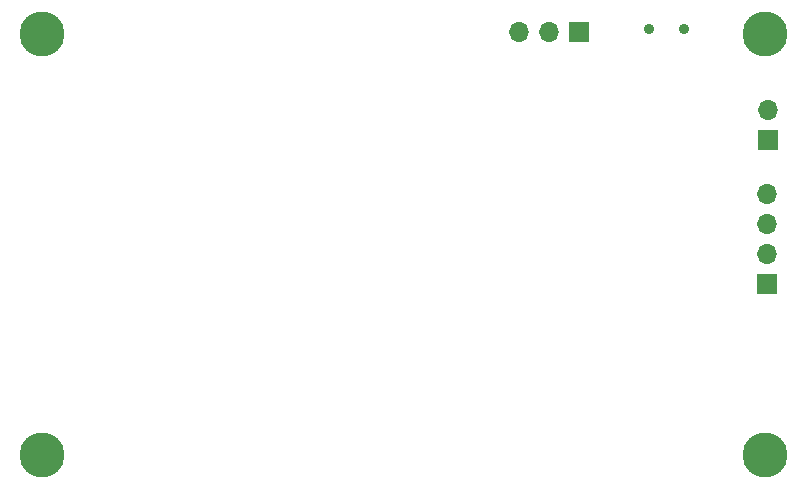
<source format=gbr>
%TF.GenerationSoftware,KiCad,Pcbnew,8.0.9-8.0.9-0~ubuntu24.04.1*%
%TF.CreationDate,2025-08-03T01:57:11-03:00*%
%TF.ProjectId,eeg,6565672e-6b69-4636-9164-5f7063625858,rev?*%
%TF.SameCoordinates,Original*%
%TF.FileFunction,Soldermask,Bot*%
%TF.FilePolarity,Negative*%
%FSLAX46Y46*%
G04 Gerber Fmt 4.6, Leading zero omitted, Abs format (unit mm)*
G04 Created by KiCad (PCBNEW 8.0.9-8.0.9-0~ubuntu24.04.1) date 2025-08-03 01:57:11*
%MOMM*%
%LPD*%
G01*
G04 APERTURE LIST*
%ADD10C,0.900000*%
%ADD11C,3.800000*%
%ADD12R,1.700000X1.700000*%
%ADD13O,1.700000X1.700000*%
G04 APERTURE END LIST*
D10*
%TO.C,S1*%
X200180000Y-55145000D03*
X197180000Y-55145000D03*
%TD*%
D11*
%TO.C,H3*%
X207080000Y-55560000D03*
%TD*%
D12*
%TO.C,J4*%
X191250000Y-55400000D03*
D13*
X188710000Y-55400000D03*
X186170000Y-55400000D03*
%TD*%
D11*
%TO.C,H1*%
X145810000Y-55560000D03*
%TD*%
D12*
%TO.C,J3*%
X207220000Y-76680000D03*
D13*
X207220000Y-74140000D03*
X207220000Y-71600000D03*
X207220000Y-69060000D03*
%TD*%
D12*
%TO.C,J1*%
X207270000Y-64560000D03*
D13*
X207270000Y-62020000D03*
%TD*%
D11*
%TO.C,H2*%
X145796000Y-91186000D03*
%TD*%
%TO.C,H4*%
X207080000Y-91186000D03*
%TD*%
M02*

</source>
